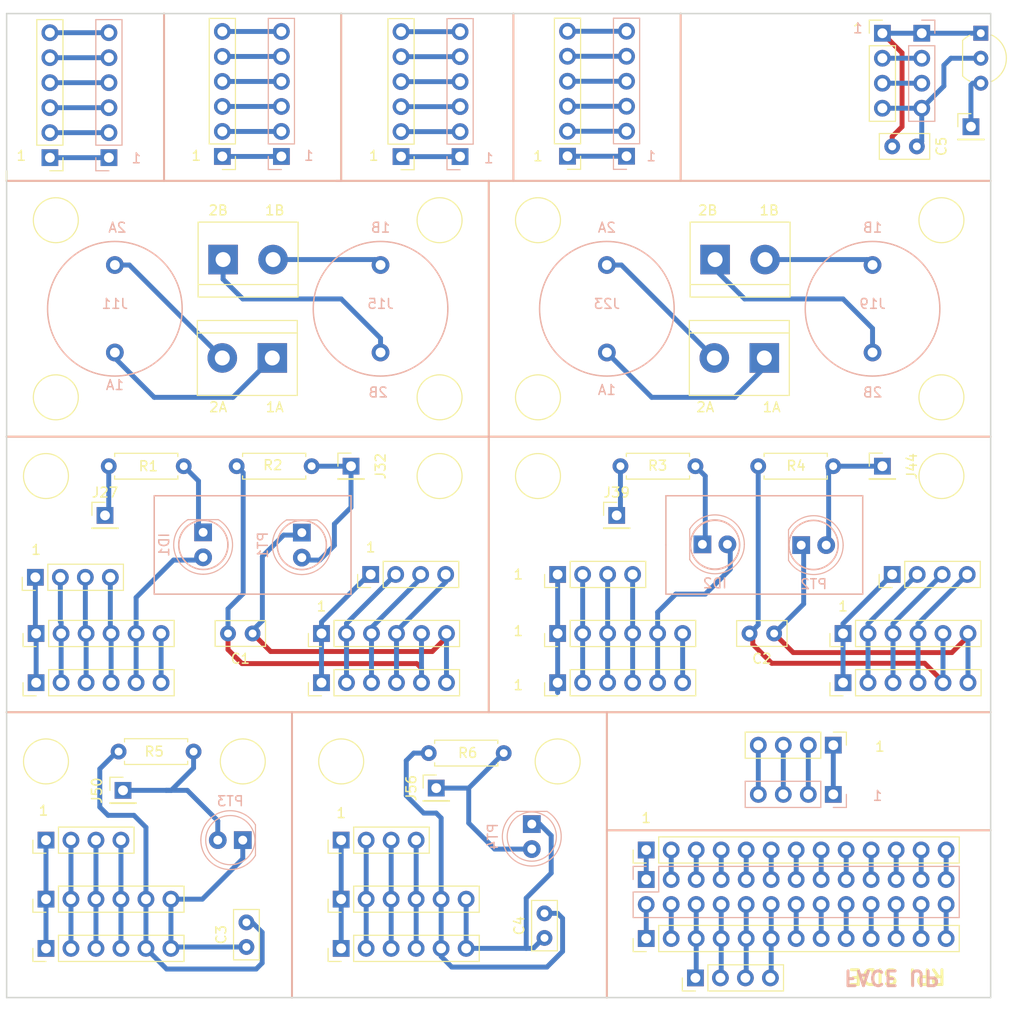
<source format=kicad_pcb>
(kicad_pcb (version 20221018) (generator pcbnew)
  (layers (0 "F.Cu" signal) (31 "B.Cu" signal) (34 "B.Paste" user) (35 "F.Paste" user) (36 "B.SilkS" user "B.Silkscreen") (37 "F.SilkS" user "F.Silkscreen") (38 "B.Mask" user) (39 "F.Mask" user) (44 "Edge.Cuts" user))
  (net 0 "")
  (net 1 "Net-(J1-Pad1)")
  (net 2 "Net-(J1-Pad2)")
  (net 3 "Net-(J1-Pad3)")
  (net 4 "Net-(J1-Pad4)")
  (net 5 "Net-(J1-Pad5)")
  (net 6 "Net-(J1-Pad6)")
  (net 7 "Net-(J3-Pad1)")
  (net 8 "Net-(J3-Pad2)")
  (net 9 "Net-(J3-Pad3)")
  (net 10 "Net-(J3-Pad4)")
  (net 11 "Net-(J3-Pad5)")
  (net 12 "Net-(J3-Pad6)")
  (net 13 "Net-(J5-Pad1)")
  (net 14 "Net-(J5-Pad2)")
  (net 15 "Net-(J5-Pad3)")
  (net 16 "Net-(J5-Pad4)")
  (net 17 "Net-(J5-Pad5)")
  (net 18 "Net-(J5-Pad6)")
  (net 19 "Net-(J7-Pad2)")
  (net 20 "Net-(J7-Pad3)")
  (net 21 "Net-(J11-Pad1)")
  (net 22 "Net-(J11-Pad2)")
  (net 23 "Net-(J13-Pad1)")
  (net 24 "Net-(J13-Pad2)")
  (net 25 "Net-(J17-Pad1)")
  (net 26 "Net-(J17-Pad2)")
  (net 27 "Net-(J21-Pad1)")
  (net 28 "Net-(J21-Pad2)")
  (net 29 "Net-(ID1-Pad1)")
  (net 30 "Net-(ID1-Pad2)")
  (net 31 "Net-(J26-Pad1)")
  (net 32 "Net-(J26-Pad2)")
  (net 33 "Net-(J26-Pad3)")
  (net 34 "Net-(J26-Pad4)")
  (net 35 "Net-(J26-Pad6)")
  (net 36 "Net-(J27-Pad1)")
  (net 37 "Net-(J30-Pad1)")
  (net 38 "Net-(J30-Pad2)")
  (net 39 "Net-(J30-Pad3)")
  (net 40 "Net-(J30-Pad4)")
  (net 41 "Net-(J32-Pad1)")
  (net 42 "Net-(C1-Pad1)")
  (net 43 "Net-(C1-Pad2)")
  (net 44 "Net-(C2-Pad1)")
  (net 45 "Net-(C2-Pad2)")
  (net 46 "Net-(ID2-Pad1)")
  (net 47 "Net-(ID2-Pad2)")
  (net 48 "Net-(J38-Pad1)")
  (net 49 "Net-(J38-Pad2)")
  (net 50 "Net-(J38-Pad3)")
  (net 51 "Net-(J38-Pad4)")
  (net 52 "Net-(J38-Pad6)")
  (net 53 "Net-(J39-Pad1)")
  (net 54 "Net-(J42-Pad1)")
  (net 55 "Net-(J42-Pad2)")
  (net 56 "Net-(J42-Pad3)")
  (net 57 "Net-(J42-Pad4)")
  (net 58 "Net-(J44-Pad1)")
  (net 59 "Net-(C3-Pad1)")
  (net 60 "Net-(C3-Pad2)")
  (net 61 "Net-(J48-Pad1)")
  (net 62 "Net-(J48-Pad2)")
  (net 63 "Net-(J48-Pad3)")
  (net 64 "Net-(J48-Pad4)")
  (net 65 "Net-(J50-Pad1)")
  (net 66 "Net-(C4-Pad1)")
  (net 67 "Net-(C4-Pad2)")
  (net 68 "Net-(J54-Pad1)")
  (net 69 "Net-(J54-Pad2)")
  (net 70 "Net-(J54-Pad3)")
  (net 71 "Net-(J54-Pad4)")
  (net 72 "Net-(J56-Pad1)")
  (net 73 "Net-(J59-Pad1)")
  (net 74 "Net-(J59-Pad2)")
  (net 75 "Net-(J59-Pad3)")
  (net 76 "Net-(J59-Pad4)")
  (net 77 "Net-(J60-Pad1)")
  (net 78 "Net-(J60-Pad2)")
  (net 79 "Net-(J60-Pad3)")
  (net 80 "Net-(J60-Pad4)")
  (net 81 "Net-(J60-Pad5)")
  (net 82 "Net-(J60-Pad7)")
  (net 83 "Net-(J60-Pad9)")
  (net 84 "Net-(J60-Pad11)")
  (net 85 "Net-(J60-Pad13)")
  (net 86 "Net-(J60-Pad14)")
  (net 87 "Net-(J60-Pad15)")
  (net 88 "Net-(J60-Pad16)")
  (net 89 "Net-(J60-Pad17)")
  (net 90 "Net-(J60-Pad18)")
  (net 91 "Net-(J60-Pad19)")
  (net 92 "Net-(J60-Pad20)")
  (net 93 "Net-(J60-Pad21)")
  (net 94 "Net-(J60-Pad22)")
  (net 95 "Net-(J60-Pad23)")
  (net 96 "Net-(J60-Pad24)")
  (net 97 "Net-(J60-Pad25)")
  (net 98 "Net-(J60-Pad26)")
  (net 99 "Net-(J61-Pad1)")
  (net 100 "Net-(J61-Pad2)")
  (net 101 "Net-(J61-Pad3)")
  (net 102 "Net-(J61-Pad4)")
  (net 103 "Net-(C5-Pad1)")
  (net 104 "Net-(C5-Pad2)")
  (net 105 "Net-(J65-Pad1)")
  (net 106 "Net-(J67-Pad1)")
  (net 107 "Net-(J67-Pad2)")
  (net 108 "Net-(J67-Pad3)")
  (net 109 "Net-(J67-Pad4)")
  (net 110 "Net-(J67-Pad5)")
  (net 111 "Net-(J67-Pad6)")
  (footprint "Pin_Headers:Pin_Header_Straight_1x06_Pitch2.54mm" (layer "F.Cu") (at 34.397 44.645 180)
    (fp_text reference "J2" hide)
    (fp_text value "Conn_01x06")
  )
  (footprint "Pin_Headers:Pin_Header_Straight_1x06_Pitch2.54mm" (layer "F.Cu") (at 51.923 44.521 180)
    (fp_text reference "J3" hide)
    (fp_text value "Conn_01x06")
  )
  (footprint "Pin_Headers:Pin_Header_Straight_1x06_Pitch2.54mm" (layer "F.Cu") (at 70.084 44.54 180)
    (fp_text reference "J5" hide)
    (fp_text value "Conn_01x06")
  )
  (footprint "Connectors_Terminal_Blocks:TerminalBlock_bornier-2_P5.08mm" (layer "F.Cu") (at 57 65 180)
    (fp_text reference "J9" hide)
    (fp_text value "Conn_01x02")
  )
  (footprint "Connectors:1pin" (layer "F.Cu") (at 35 51)
    (fp_text reference "J10" hide)
    (fp_text value "Conn_01x01")
  )
  (footprint "Connectors:1pin" (layer "F.Cu") (at 74 51)
    (fp_text reference "J12" hide)
    (fp_text value "Conn_01x01")
  )
  (footprint "Connectors_Terminal_Blocks:TerminalBlock_bornier-2_P5.08mm" (layer "F.Cu") (at 52 55)
    (fp_text reference "J13" hide)
    (fp_text value "Conn_01x02")
  )
  (footprint "Connectors:1pin" (layer "F.Cu") (at 35 69)
    (fp_text reference "J14" hide)
    (fp_text value "Conn_01x01")
  )
  (footprint "Connectors:1pin" (layer "F.Cu") (at 74 69)
    (fp_text reference "J16" hide)
    (fp_text value "Conn_01x01")
  )
  (footprint "Connectors_Terminal_Blocks:TerminalBlock_bornier-2_P5.08mm" (layer "F.Cu") (at 102 55)
    (fp_text reference "J17" hide)
    (fp_text value "Conn_01x02")
  )
  (footprint "Connectors:1pin" (layer "F.Cu") (at 84 51)
    (fp_text reference "J18" hide)
    (fp_text value "Conn_01x01")
  )
  (footprint "Connectors:1pin" (layer "F.Cu") (at 84 69)
    (fp_text reference "J20" hide)
    (fp_text value "Conn_01x01")
  )
  (footprint "Connectors_Terminal_Blocks:TerminalBlock_bornier-2_P5.08mm" (layer "F.Cu") (at 107 65 180)
    (fp_text reference "J21" hide)
    (fp_text value "Conn_01x02")
  )
  (footprint "Connectors:1pin" (layer "F.Cu") (at 125 51)
    (fp_text reference "J22" hide)
    (fp_text value "Conn_01x01")
  )
  (footprint "Connectors:1pin" (layer "F.Cu") (at 125 69)
    (fp_text reference "J24" hide)
    (fp_text value "Conn_01x01")
  )
  (footprint "Connectors:1pin" (layer "F.Cu") (at 34 77)
    (fp_text reference "J25" hide)
    (fp_text value "Conn_01x01")
  )
  (footprint "Pin_Headers:Pin_Header_Straight_1x06_Pitch2.54mm" (layer "F.Cu") (at 33 98 90)
    (fp_text reference "J26" hide)
    (fp_text value "Conn_01x06")
  )
  (footprint "Pin_Headers:Pin_Header_Straight_1x01_Pitch2.54mm" (layer "F.Cu") (at 40 81)
    (fp_text reference "J27")
    (fp_text value "Conn_01x01")
  )
  (footprint "Pin_Headers:Pin_Header_Straight_1x04_Pitch2.54mm" (layer "F.Cu") (at 32.92 87.29 90)
    (fp_text reference "J28" hide)
    (fp_text value "Conn_01x04")
  )
  (footprint "Pin_Headers:Pin_Header_Straight_1x06_Pitch2.54mm" (layer "F.Cu") (at 33 93 90)
    (fp_text reference "J29" hide)
    (fp_text value "Conn_01x06")
  )
  (footprint "Pin_Headers:Pin_Header_Straight_1x06_Pitch2.54mm" (layer "F.Cu") (at 62 98 90)
    (fp_text reference "J30" hide)
    (fp_text value "Conn_01x06")
  )
  (footprint "Pin_Headers:Pin_Header_Straight_1x04_Pitch2.54mm" (layer "F.Cu") (at 67 87 90)
    (fp_text reference "J31" hide)
    (fp_text value "Conn_01x04")
  )
  (footprint "Pin_Headers:Pin_Header_Straight_1x01_Pitch2.54mm" (layer "F.Cu") (at 65 76)
    (fp_text reference "J32")
    (fp_text value "Conn_01x01")
  )
  (footprint "Pin_Headers:Pin_Header_Straight_1x06_Pitch2.54mm" (layer "F.Cu") (at 62 93 90)
    (fp_text reference "J33" hide)
    (fp_text value "Conn_01x06")
  )
  (footprint "Connectors:1pin" (layer "F.Cu") (at 74 77)
    (fp_text reference "J34" hide)
    (fp_text value "Conn_01x01")
  )
  (footprint "Capacitors_THT:C_Disc_D5.0mm_W2.5mm_P2.50mm" (layer "F.Cu") (at 55 93 180)
    (fp_text reference "C1")
    (fp_text value "100 nF")
  )
  (footprint "Capacitors_THT:C_Disc_D5.0mm_W2.5mm_P2.50mm" (layer "F.Cu") (at 108 93 180)
    (fp_text reference "C2")
    (fp_text value "100 nF")
  )
  (footprint "Resistors_THT:R_Axial_DIN0207_L6.3mm_D2.5mm_P7.62mm_Horizontal" (layer "F.Cu") (at 48 76 180)
    (fp_text reference "R1")
    (fp_text value "220R")
  )
  (footprint "Resistors_THT:R_Axial_DIN0207_L6.3mm_D2.5mm_P7.62mm_Horizontal" (layer "F.Cu") (at 61 76 180)
    (fp_text reference "R2")
    (fp_text value "1k")
  )
  (footprint "Connectors:1pin" (layer "F.Cu") (at 84 77)
    (fp_text reference "J37" hide)
    (fp_text value "Conn_01x01")
  )
  (footprint "Pin_Headers:Pin_Header_Straight_1x06_Pitch2.54mm" (layer "F.Cu") (at 86 93 90)
    (fp_text reference "J38" hide)
    (fp_text value "Conn_01x06")
  )
  (footprint "Pin_Headers:Pin_Header_Straight_1x01_Pitch2.54mm" (layer "F.Cu") (at 92 81)
    (fp_text reference "J39")
    (fp_text value "Conn_01x01")
  )
  (footprint "Pin_Headers:Pin_Header_Straight_1x04_Pitch2.54mm" (layer "F.Cu") (at 86 87 90)
    (fp_text reference "J40" hide)
    (fp_text value "Conn_01x04")
  )
  (footprint "Pin_Headers:Pin_Header_Straight_1x06_Pitch2.54mm" (layer "F.Cu") (at 86 98 90)
    (fp_text reference "J41" hide)
    (fp_text value "Conn_01x06")
  )
  (footprint "Pin_Headers:Pin_Header_Straight_1x06_Pitch2.54mm" (layer "F.Cu") (at 115 93 90)
    (fp_text reference "J42" hide)
    (fp_text value "Conn_01x06")
  )
  (footprint "Pin_Headers:Pin_Header_Straight_1x04_Pitch2.54mm" (layer "F.Cu") (at 120 87 90)
    (fp_text reference "J43" hide)
    (fp_text value "Conn_01x04")
  )
  (footprint "Pin_Headers:Pin_Header_Straight_1x01_Pitch2.54mm" (layer "F.Cu") (at 119 76)
    (fp_text reference "J44")
    (fp_text value "Conn_01x01")
  )
  (footprint "Pin_Headers:Pin_Header_Straight_1x06_Pitch2.54mm" (layer "F.Cu") (at 115 98 90)
    (fp_text reference "J45" hide)
    (fp_text value "Conn_01x06")
  )
  (footprint "Connectors:1pin" (layer "F.Cu") (at 125 77)
    (fp_text reference "J46" hide)
    (fp_text value "Conn_01x01")
  )
  (footprint "Resistors_THT:R_Axial_DIN0207_L6.3mm_D2.5mm_P7.62mm_Horizontal" (layer "F.Cu") (at 100 76 180)
    (fp_text reference "R3")
    (fp_text value "220R")
  )
  (footprint "Resistors_THT:R_Axial_DIN0207_L6.3mm_D2.5mm_P7.62mm_Horizontal" (layer "F.Cu") (at 114 76 180)
    (fp_text reference "R4")
    (fp_text value "1k")
  )
  (footprint "Capacitors_THT:C_Disc_D5.0mm_W2.5mm_P2.50mm" (layer "F.Cu") (at 54.37 124.86 90)
    (fp_text reference "C3")
    (fp_text value "100 nF")
  )
  (footprint "Pin_Headers:Pin_Header_Straight_1x06_Pitch2.54mm" (layer "F.Cu") (at 34 125 90)
    (fp_text reference "J48" hide)
    (fp_text value "Conn_01x06")
  )
  (footprint "Pin_Headers:Pin_Header_Straight_1x04_Pitch2.54mm" (layer "F.Cu") (at 34 114 90)
    (fp_text reference "J49" hide)
    (fp_text value "Conn_01x04")
  )
  (footprint "Pin_Headers:Pin_Header_Straight_1x01_Pitch2.54mm" (layer "F.Cu") (at 41.83 108.94)
    (fp_text reference "J50")
    (fp_text value "Conn_01x01")
  )
  (footprint "Pin_Headers:Pin_Header_Straight_1x06_Pitch2.54mm" (layer "F.Cu") (at 34 120 90)
    (fp_text reference "J51" hide)
    (fp_text value "Conn_01x06")
  )
  (footprint "Connectors:1pin" (layer "F.Cu") (at 54 106)
    (fp_text reference "J52" hide)
    (fp_text value "Conn_01x01")
  )
  (footprint "Resistors_THT:R_Axial_DIN0207_L6.3mm_D2.5mm_P7.62mm_Horizontal" (layer "F.Cu") (at 49 105 180)
    (fp_text reference "R5")
    (fp_text value "1k")
  )
  (footprint "Connectors:1pin" (layer "F.Cu") (at 34 106)
    (fp_text reference "J47" hide)
    (fp_text value "Conn_01x01")
  )
  (footprint "Capacitors_THT:C_Disc_D5.0mm_W2.5mm_P2.50mm" (layer "F.Cu") (at 84.66 123.94 90)
    (fp_text reference "C4")
    (fp_text value "100 nF")
  )
  (footprint "Connectors:1pin" (layer "F.Cu") (at 64 106)
    (fp_text reference "J53" hide)
    (fp_text value "Conn_01x01")
  )
  (footprint "Pin_Headers:Pin_Header_Straight_1x06_Pitch2.54mm" (layer "F.Cu") (at 64 125 90)
    (fp_text reference "J54" hide)
    (fp_text value "Conn_01x06")
  )
  (footprint "Pin_Headers:Pin_Header_Straight_1x04_Pitch2.54mm" (layer "F.Cu") (at 64 114 90)
    (fp_text reference "J55" hide)
    (fp_text value "Conn_01x04")
  )
  (footprint "Pin_Headers:Pin_Header_Straight_1x01_Pitch2.54mm" (layer "F.Cu") (at 73.66 108.712)
    (fp_text reference "J56")
    (fp_text value "Conn_01x01")
  )
  (footprint "Pin_Headers:Pin_Header_Straight_1x06_Pitch2.54mm" (layer "F.Cu") (at 64 120 90)
    (fp_text reference "J57" hide)
    (fp_text value "Conn_01x06")
  )
  (footprint "Connectors:1pin" (layer "F.Cu") (at 86 106)
    (fp_text reference "J58" hide)
    (fp_text value "Conn_01x01")
  )
  (footprint "Resistors_THT:R_Axial_DIN0207_L6.3mm_D2.5mm_P7.62mm_Horizontal" (layer "F.Cu") (at 80.518 105.156 180)
    (fp_text reference "R6")
    (fp_text value "1k")
  )
  (footprint "Pin_Headers:Pin_Header_Straight_1x04_Pitch2.54mm" (layer "F.Cu") (at 100 128 90)
    (fp_text reference "J59" hide)
    (fp_text value "Conn_01x04")
  )
  (footprint "Pin_Headers:Pin_Header_Straight_1x04_Pitch2.54mm" (layer "F.Cu") (at 114.01 104.35 -90)
    (fp_text reference "J62" hide)
    (fp_text value "Conn_01x04")
  )
  (footprint "Pin_Headers:Pin_Header_Straight_1x13_Pitch2.54mm" (layer "F.Cu") (at 95 124 90)
    (fp_text reference "J63" hide)
    (fp_text value "Conn_01x13")
  )
  (footprint "Pin_Headers:Pin_Header_Straight_1x13_Pitch2.54mm" (layer "F.Cu") (at 95 115 90)
    (fp_text reference "J64" hide)
    (fp_text value "Conn_01x13")
  )
  (footprint "Capacitors_THT:C_Disc_D5.0mm_W2.5mm_P2.50mm" (layer "F.Cu") (at 120 43.5)
    (fp_text reference "C5")
    (fp_text value "100 nF")
  )
  (footprint "Pin_Headers:Pin_Header_Straight_1x04_Pitch2.54mm" (layer "F.Cu") (at 119 32)
    (fp_text reference "J7" hide)
    (fp_text value "Conn_01x04")
  )
  (footprint "Pin_Headers:Pin_Header_Straight_1x01_Pitch2.54mm" (layer "F.Cu") (at 128 41.5)
    (fp_text reference "J65" hide)
    (fp_text value "Conn_01x01")
  )
  (footprint "TO_SOT_Packages_THT:TO-92_Inline_Wide" (layer "F.Cu") (at 129 32 -90)
    (fp_text reference "J66" hide)
    (fp_text value "Conn_01x03")
  )
  (footprint "Pin_Headers:Pin_Header_Straight_1x06_Pitch2.54mm" (layer "F.Cu") (at 87 44.5 180)
    (fp_text reference "J67" hide)
    (fp_text value "Conn_01x06")
  )
  (footprint "Pin_Headers:Pin_Header_Straight_1x06_Pitch2.54mm" (layer "B.Cu") (at 40.397 44.645)
    (fp_text reference "J1" hide)
    (fp_text value "Conn_01x06")
  )
  (footprint "Pin_Headers:Pin_Header_Straight_1x06_Pitch2.54mm" (layer "B.Cu") (at 57.923 44.521)
    (fp_text reference "J4" hide)
    (fp_text value "Conn_01x06")
  )
  (footprint "Pin_Headers:Pin_Header_Straight_1x06_Pitch2.54mm" (layer "B.Cu") (at 76.084 44.54)
    (fp_text reference "J6" hide)
    (fp_text value "Conn_01x06")
  )
  (footprint "AdapterBoard:UltrasoundTransceiver" (layer "B.Cu") (at 41 60)
    (fp_text reference "J11")
    (fp_text value "Conn_01x02")
  )
  (footprint "AdapterBoard:UltrasoundTransceiver" (layer "B.Cu") (at 68 60)
    (fp_text reference "J15")
    (fp_text value "Conn_01x02")
  )
  (footprint "AdapterBoard:UltrasoundTransceiver" (layer "B.Cu") (at 118 60)
    (fp_text reference "J19")
    (fp_text value "Conn_01x02")
  )
  (footprint "AdapterBoard:UltrasoundTransceiver" (layer "B.Cu") (at 91 60)
    (fp_text reference "J23")
    (fp_text value "Conn_01x02")
  )
  (footprint "LEDs:LED_D5.0mm" (layer "B.Cu") (at 49.97 82.72 -90)
    (fp_text reference "ID1")
    (fp_text value "LED")
  )
  (footprint "LEDs:LED_D5.0mm" (layer "B.Cu") (at 60 82.75 -90)
    (fp_text reference "PT1")
    (fp_text value "Q_Photo_NPN_EC")
  )
  (footprint "AdapterBoard:IRPair" (layer "B.Cu") (at 55 84)
    (fp_text reference "J35" hide)
    (fp_text value "Conn_01x01")
  )
  (footprint "LEDs:LED_D5.0mm" (layer "B.Cu") (at 100.71 83.94)
    (fp_text reference "ID2")
    (fp_text value "LED")
  )
  (footprint "AdapterBoard:IRPair" (layer "B.Cu") (at 107 84)
    (fp_text reference "J36" hide)
    (fp_text value "Conn_01x01")
  )
  (footprint "LEDs:LED_D5.0mm" (layer "B.Cu") (at 110.75 84.02)
    (fp_text reference "PT2")
    (fp_text value "Q_Photo_NPN_EC")
  )
  (footprint "LEDs:LED_D5.0mm" (layer "B.Cu") (at 54 114 180)
    (fp_text reference "PT3")
    (fp_text value "Q_Photo_NPN_EC")
  )
  (footprint "LEDs:LED_D5.0mm" (layer "B.Cu") (at 83.37 112.37 -90)
    (fp_text reference "PT4")
    (fp_text value "Q_Photo_NPN_EC")
  )
  (footprint "Pin_Headers:Pin_Header_Straight_1x04_Pitch2.54mm" (layer "B.Cu") (at 114.01 109.35 90)
    (fp_text reference "J61" hide)
    (fp_text value "Conn_01x04")
  )
  (footprint "Pin_Headers:Pin_Header_Straight_2x13_Pitch2.54mm" (layer "B.Cu") (at 95 118 -90)
    (fp_text reference "J60" hide)
    (fp_text value "Conn_02x13_Odd_Even")
  )
  (footprint "Pin_Headers:Pin_Header_Straight_1x04_Pitch2.54mm" (layer "B.Cu") (at 123 32 180)
    (fp_text reference "J8" hide)
    (fp_text value "Conn_01x04")
  )
  (footprint "Pin_Headers:Pin_Header_Straight_1x06_Pitch2.54mm" (layer "B.Cu") (at 93 44.5)
    (fp_text reference "J68" hide)
    (fp_text value "Conn_01x06")
  )
  (gr_line (start 64 47) (end 63.5 47) (stroke (width 0.2)) (layer "B.SilkS"))
  (gr_line (start 46 30) (end 46 47) (stroke (width 0.2)) (layer "B.SilkS"))
  (gr_line (start 130 73) (end 30 73) (stroke (width 0.2)) (layer "B.SilkS"))
  (gr_line (start 130 113) (end 91 113) (stroke (width 0.2)) (layer "B.SilkS"))
  (gr_line (start 81.5 30) (end 81.5 47) (stroke (width 0.2)) (layer "B.SilkS"))
  (gr_line (start 79 73) (end 79 47) (stroke (width 0.2)) (layer "B.SilkS"))
  (gr_line (start 98.5 30) (end 98.5 47) (stroke (width 0.2)) (layer "B.SilkS"))
  (gr_line (start 130 47) (end 30 47) (stroke (width 0.2)) (layer "B.SilkS"))
  (gr_line (start 59 101) (end 59 130) (stroke (width 0.2)) (layer "B.SilkS"))
  (gr_line (start 79 101) (end 79 73) (stroke (width 0.2)) (layer "B.SilkS"))
  (gr_line (start 91 101) (end 91 130) (stroke (width 0.2)) (layer "B.SilkS"))
  (gr_line (start 130 101) (end 30 101) (stroke (width 0.2)) (layer "B.SilkS"))
  (gr_line (start 64 30) (end 64 47) (stroke (width 0.2)) (layer "B.SilkS"))
  (gr_line (start 98.5 30) (end 98.5 47) (stroke (width 0.2)) (layer "F.SilkS"))
  (gr_line (start 79 47) (end 79 73) (stroke (width 0.2)) (layer "F.SilkS"))
  (gr_line (start 79 101) (end 79 73) (stroke (width 0.2)) (layer "F.SilkS"))
  (gr_line (start 46 30) (end 46 47) (stroke (width 0.2)) (layer "F.SilkS"))
  (gr_line (start 130 47) (end 30 47) (stroke (width 0.2)) (layer "F.SilkS"))
  (gr_line (start 30 73) (end 130 73) (stroke (width 0.2)) (layer "F.SilkS"))
  (gr_line (start 64 30) (end 64 47) (stroke (width 0.2)) (layer "F.SilkS"))
  (gr_line (start 30 101) (end 130 101) (stroke (width 0.2)) (layer "F.SilkS"))
  (gr_line (start 130 113) (end 91 113) (stroke (width 0.2)) (layer "F.SilkS"))
  (gr_line (start 30 47) (end 30 46) (stroke (width 0.2)) (layer "F.SilkS"))
  (gr_line (start 81.5 30) (end 81.5 47) (stroke (width 0.2)) (layer "F.SilkS"))
  (gr_line (start 59 101) (end 59 130) (stroke (width 0.2)) (layer "F.SilkS"))
  (gr_line (start 91 101) (end 91 130) (stroke (width 0.2)) (layer "F.SilkS"))
  (gr_line (start 130 30) (end 130 130) (stroke (width 0.15)) (layer "Edge.Cuts"))
  (gr_line (start 30 30) (end 130 30) (stroke (width 0.15)) (layer "Edge.Cuts"))
  (gr_line (start 130 130) (end 30 130) (stroke (width 0.15)) (layer "Edge.Cuts"))
  (gr_line (start 30 130) (end 30 30) (stroke (width 0.15)) (layer "Edge.Cuts"))
  (gr_text "1A" (at 91 68.25) (layer "B.SilkS") (effects (font (size 1 1)) (justify mirror)))
  (gr_text "1" (at 95.5 44.5) (layer "B.SilkS") (effects (font (size 1 1)) (justify mirror)))
  (gr_text "1B" (at 118 51.75) (layer "B.SilkS") (effects (font (size 1 1)) (justify mirror)))
  (gr_text "1" (at 60.706 44.45) (layer "B.SilkS") (effects (font (size 1 1)) (justify mirror)))
  (gr_text "2A" (at 41.25 51.75) (layer "B.SilkS") (effects (font (size 1 1)) (justify mirror)))
  (gr_text "1" (at 116.5 31.5) (layer "B.SilkS") (effects (font (size 1 1)) (justify mirror)))
  (gr_text "2A" (at 91 51.75) (layer "B.SilkS") (effects (font (size 1 1)) (justify mirror)))
  (gr_text "1" (at 118.5 109.5) (layer "B.SilkS") (effects (font (size 1 1)) (justify mirror)))
  (gr_text "1B" (at 68 51.75) (layer "B.SilkS") (effects (font (size 1 1)) (justify mirror)))
  (gr_text "FACE UP" (at 119.97 127.97 180) (layer "B.SilkS") (effects (font (size 1.5 1.5) (thickness 0.3)) (justify mirror)))
  (gr_text "2B" (at 118 68.5) (layer "B.SilkS") (effects (font (size 1 1)) (justify mirror)))
  (gr_text "1" (at 78.994 44.704) (layer "B.SilkS") (effects (font (size 1 1)) (justify mirror)))
  (gr_text "2B" (at 67.75 68.5) (layer "B.SilkS") (effects (font (size 1 1)) (justify mirror)))
  (gr_text "1" (at 43.18 44.704) (layer "B.SilkS") (effects (font (size 1 1)) (justify mirror)))
  (gr_text "1A" (at 41 67.75) (layer "B.SilkS") (effects (font (size 1 1)) (justify mirror)))
  (gr_text "1" (at 116.5 31.5) (layer "F.SilkS") (effects (font (size 1 1))))
  (gr_text "1" (at 64 111.25) (layer "F.SilkS") (effects (font (size 1 1))))
  (gr_text "1A" (at 57.25 70) (layer "F.SilkS") (effects (font (size 1 1))))
  (gr_text "1A" (at 107.75 70) (layer "F.SilkS") (effects (font (size 1 1))))
  (gr_text "1" (at 33.75 111) (layer "F.SilkS") (effects (font (size 1 1))))
  (gr_text "1" (at 31.496 44.45) (layer "F.SilkS") (effects (font (size 1 1))))
  (gr_text "2A" (at 101 70) (layer "F.SilkS") (effects (font (size 1 1))))
  (gr_text "1" (at 62 90.25) (layer "F.SilkS") (effects (font (size 1 1))))
  (gr_text "1" (at 49.276 44.45) (layer "F.SilkS") (effects (font (size 1 1))))
  (gr_text "RPI SIDE" (at 120.48 127.85 180) (layer "F.SilkS") (effects (font (size 1.5 1.5) (thickness 0.3))))
  (gr_text "2A" (at 51.5 70) (layer "F.SilkS") (effects (font (size 1 1))))
  (gr_text "1" (at 82 92.75) (layer "F.SilkS") (effects (font (size 1 1))))
  (gr_text "2B" (at 51.5 50) (layer "F.SilkS") (effects (font (size 1 1))))
  (gr_text "1" (at 82 87) (layer "F.SilkS") (effects (font (size 1 1))))
  (gr_text "1" (at 82 98.25) (layer "F.SilkS") (effects (font (size 1 1))))
  (gr_text "1" (at 67 84.25) (layer "F.SilkS") (effects (font (size 1 1))))
  (gr_text "1" (at 118.75 104.5) (layer "F.SilkS") (effects (font (size 1 1))))
  (gr_text "1" (at 67.31 44.45) (layer "F.SilkS") (effects (font (size 1 1))))
  (gr_text "1B" (at 107.5 50) (layer "F.SilkS") (effects (font (size 1 1))))
  (gr_text "1" (at 115 90.25) (layer "F.SilkS") (effects (font (size 1 1))))
  (gr_text "2B" (at 101.25 50) (layer "F.SilkS") (effects (font (size 1 1))))
  (gr_text "1B" (at 57.25 50) (layer "F.SilkS") (effects (font (size 1 1))))
  (gr_text "1" (at 33 84.5) (layer "F.SilkS") (effects (font (size 1 1))))
  (gr_text "1" (at 84 44.5) (layer "F.SilkS") (effects (font (size 1 1))))
  (gr_text "1" (at 95 111.75) (layer "F.SilkS") (effects (font (size 1 1))))
  (segment (start 34.397 44.645) (end 40.397 44.645) (width 0.5) (layer "B.Cu") (net 1))
  (segment (start 34.397 42.105) (end 40.397 42.105) (width 0.5) (layer "B.Cu") (net 2))
  (segment (start 34.397 39.565) (end 40.397 39.565) (width 0.5) (layer "B.Cu") (net 3))
  (segment (start 34.397 37.025) (end 40.397 37.025) (width 0.5) (layer "B.Cu") (net 4))
  (segment (start 34.397 34.485) (end 40.397 34.485) (width 0.5) (layer "B.Cu") (net 5))
  (segment (start 34.397 31.945) (end 40.397 31.945) (width 0.5) (layer "B.Cu") (net 6))
  (segment (start 51.923 44.521) (end 57.923 44.521) (width 0.5) (layer "B.Cu") (net 7))
  (segment (start 51.923 41.981) (end 57.923 41.981) (width 0.5) (layer "B.Cu") (net 8))
  (segment (start 51.923 39.441) (end 57.923 39.441) (width 0.5) (layer "B.Cu") (net 9))
  (segment (start 51.923 36.901) (end 57.923 36.901) (width 0.5) (layer "B.Cu") (net 10))
  (segment (start 51.923 34.361) (end 57.923 34.361) (width 0.5) (layer "B.Cu") (net 11))
  (segment (start 51.923 31.821) (end 57.923 31.821) (width 0.5) (layer "B.Cu") (net 12))
  (segment (start 70.084 44.54) (end 76.084 44.54) (width 0.5) (layer "B.Cu") (net 13))
  (segment (start 70.084 42) (end 76.084 42) (width 0.5) (layer "B.Cu") (net 14))
  (segment (start 70.084 39.46) (end 76.084 39.46) (width 0.5) (layer "B.Cu") (net 15))
  (segment (start 70.084 36.92) (end 76.084 36.92) (width 0.5) (layer "B.Cu") (net 16))
  (segment (start 70.084 34.38) (end 76.084 34.38) (width 0.5) (layer "B.Cu") (net 17))
  (segment (start 70.084 31.84) (end 76.084 31.84) (width 0.5) (layer "B.Cu") (net 18))
  (segment (start 123 34.54) (end 119 34.54) (width 0.5) (layer "B.Cu") (net 19))
  (segment (start 123 37.08) (end 119 37.08) (width 0.5) (layer "B.Cu") (net 20))
  (segment (start 41 65) (end 45 69) (width 0.5) (layer "B.Cu") (net 21))
  (segment (start 45 69) (end 53 69) (width 0.5) (layer "B.Cu") (net 21))
  (segment (start 53 69) (end 57 65) (width 0.5) (layer "B.Cu") (net 21))
  (segment (start 41 64.445) (end 41 65) (width 0.5) (layer "B.Cu") (net 21))
  (segment (start 42.475 55.555) (end 51.92 65) (width 0.5) (layer "B.Cu") (net 22))
  (segment (start 41 55.555) (end 42.475 55.555) (width 0.5) (layer "B.Cu") (net 22))
  (segment (start 52 57) (end 54 59) (width 0.5) (layer "B.Cu") (net 23))
  (segment (start 54 59) (end 64 59) (width 0.5) (layer "B.Cu") (net 23))
  (segment (start 64 59) (end 68 63) (width 0.5) (layer "B.Cu") (net 23))
  (segment (start 68 63) (end 68 64.445) (width 0.5) (layer "B.Cu") (net 23))
  (segment (start 52 55) (end 52 57) (width 0.5) (layer "B.Cu") (net 23))
  (segment (start 67.445 55) (end 68 55.555) (width 0.5) (layer "B.Cu") (net 24))
  (segment (start 57.08 55) (end 67.445 55) (width 0.5) (layer "B.Cu") (net 24))
  (segment (start 102 56) (end 105 59) (width 0.5) (layer "B.Cu") (net 25))
  (segment (start 105 59) (end 115 59) (width 0.5) (layer "B.Cu") (net 25))
  (segment (start 115 59) (end 118 62) (width 0.5) (layer "B.Cu") (net 25))
  (segment (start 118 62) (end 118 64.445) (width 0.5) (layer "B.Cu") (net 25))
  (segment (start 102 55) (end 102 56) (width 0.5) (layer "B.Cu") (net 25))
  (segment (start 117.445 55) (end 118 55.555) (width 0.5) (layer "B.Cu") (net 26))
  (segment (start 107.08 55) (end 117.445 55) (width 0.5) (layer "B.Cu") (net 26))
  (segment (start 107 66) (end 104 69) (width 0.5) (layer "B.Cu") (net 27))
  (segment (start 104 69) (end 95.555 69) (width 0.5) (layer "B.Cu") (net 27))
  (segment (start 95.555 69) (end 91 64.445) (width 0.5) (layer "B.Cu") (net 27))
  (segment (start 107 65) (end 107 66) (width 0.5) (layer "B.Cu") (net 27))
  (segment (start 92.475 55.555) (end 101.92 65) (width 0.5) (layer "B.Cu") (net 28))
  (segment (start 91 55.555) (end 92.475 55.555) (width 0.5) (layer "B.Cu") (net 28))
  (segment (start 49.5 77.5) (end 48 76) (width 0.5) (layer "B.Cu") (net 29))
  (segment (start 49.5 83) (end 49.5 77.5) (width 0.5) (layer "B.Cu") (net 29))
  (segment (start 46.96 85.54) (end 43.16 89.34) (width 0.5) (layer "B.Cu") (net 30))
  (segment (start 43.16 89.34) (end 43.16 93) (width 0.5) (layer "B.Cu") (net 30))
  (segment (start 43.16 93) (end 43.16 92.44) (width 0.5) (layer "B.Cu") (net 30))
  (segment (start 43.16 93) (end 43.16 98) (width 0.5) (layer "B.Cu") (net 30))
  (segment (start 49.5 85.54) (end 46.96 85.54) (width 0.5) (layer "B.Cu") (net 30))
  (segment (start 32.92 92.92) (end 33 93) (width 0.5) (layer "B.Cu") (net 31))
  (segment (start 33 93) (end 33 98) (width 0.5) (layer "B.Cu") (net 31))
  (segment (start 32.92 87.29) (end 32.92 92.92) (width 0.5) (layer "B.Cu") (net 31))
  (segment (start 35.46 91.79) (end 35.54 91.87) (width 0.5) (layer "B.Cu") (net 32))
  (segment (start 35.54 91.87) (end 35.54 93) (width 0.5) (layer "B.Cu") (net 32))
  (segment (start 35.54 93) (end 35.54 98) (width 0.5) (layer "B.Cu") (net 32))
  (segment (start 35.46 87.29) (end 35.46 91.79) (width 0.5) (layer "B.Cu") (net 32))
  (segment (start 38 92.92) (end 38.08 93) (width 0.5) (layer "B.Cu") (net 33))
  (segment (start 38 87.29) (end 38 92.92) (width 0.5) (layer "B.Cu") (net 33))
  (segment (start 38.08 93) (end 38.08 98) (width 0.5) (layer "B.Cu") (net 33))
  (segment (start 40.54 92.92) (end 40.62 93) (width 0.5) (layer "B.Cu") (net 34))
  (segment (start 40.54 87.29) (end 40.54 92.92) (width 0.5) (layer "B.Cu") (net 34))
  (segment (start 40.62 93) (end 40.62 98) (width 0.5) (layer "B.Cu") (net 34))
  (segment (start 45.7 93) (end 45.7 98) (width 0.5) (layer "B.Cu") (net 35))
  (segment (start 40 76.38) (end 40.38 76) (width 0.5) (layer "B.Cu") (net 36))
  (segment (start 40.38 80.62) (end 40 81) (width 0.5) (layer "B.Cu") (net 36))
  (segment (start 40.38 76) (end 40.38 80.62) (width 0.5) (layer "B.Cu") (net 36))
  (segment (start 66.84 87) (end 62 91.84) (width 0.5) (layer "B.Cu") (net 37))
  (segment (start 62 91.84) (end 62 93) (width 0.5) (layer "B.Cu") (net 37))
  (segment (start 67 87) (end 66.84 87) (width 0.5) (layer "B.Cu") (net 37))
  (segment (start 62 93) (end 62 98) (width 0.5) (layer "B.Cu") (net 37))
  (segment (start 69.52 87) (end 64.54 91.98) (width 0.5) (layer "B.Cu") (net 38))
  (segment (start 64.54 91.98) (end 64.54 93) (width 0.5) (layer "B.Cu") (net 38))
  (segment (start 69.54 87) (end 69.52 87) (width 0.5) (layer "B.Cu") (net 38))
  (segment (start 64.54 93) (end 64.54 98) (width 0.5) (layer "B.Cu") (net 38))
  (segment (start 72.08 87.4) (end 67.08 92.4) (width 0.5) (layer "B.Cu") (net 39))
  (segment (start 67.08 92.4) (end 67.08 93) (width 0.5) (layer "B.Cu") (net 39))
  (segment (start 67.08 93) (end 67.08 98) (width 0.5) (layer "B.Cu") (net 39))
  (segment (start 72.08 87) (end 72.08 87.4) (width 0.5) (layer "B.Cu") (net 39))
  (segment (start 74.62 87.77) (end 69.62 92.77) (width 0.5) (layer "B.Cu") (net 40))
  (segment (start 69.62 92.77) (end 69.62 93) (width 0.5) (layer "B.Cu") (net 40))
  (segment (start 74.62 87) (end 74.62 87.77) (width 0.5) (layer "B.Cu") (net 40))
  (segment (start 69.62 93) (end 69.62 98) (width 0.5) (layer "B.Cu") (net 40))
  (segment (start 65 80.18) (end 63.31 81.87) (width 0.5) (layer "B.Cu") (net 41))
  (segment (start 63.31 81.87) (end 63.31 84.05) (width 0.5) (layer "B.Cu") (net 41))
  (segment (start 63.31 84.05) (end 61.82 85.54) (width 0.5) (layer "B.Cu") (net 41))
  (segment (start 61.82 85.54) (end 60 85.54) (width 0.5) (layer "B.Cu") (net 41))
  (segment (start 65 76) (end 65 80.18) (width 0.5) (layer "B.Cu") (net 41))
  (segment (start 61 76) (end 65 76) (width 0.5) (layer "B.Cu") (net 41))
  (segment (start 74.7 93.39) (end 73.26 94.83) (width 0.5) (layer "F.Cu") (net 42))
  (segment (start 73.26 94.83) (end 56.83 94.83) (width 0.5) (layer "F.Cu") (net 42))
  (segment (start 56.83 94.83) (end 55 93) (width 0.5) (layer "F.Cu") (net 42))
  (segment (start 74.7 93) (end 74.7 93.39) (width 0.5) (layer "F.Cu") (net 42))
  (segment (start 59.19 83) (end 60 83) (width 0.5) (layer "B.Cu") (net 42))
  (segment (start 55 92.69) (end 55.99 91.7) (width 0.5) (layer "B.Cu") (net 42))
  (segment (start 55.99 91.7) (end 55.99 85.17) (width 0.5) (layer "B.Cu") (net 42))
  (segment (start 55.99 85.17) (end 58.16 83) (width 0.5) (layer "B.Cu") (net 42))
  (segment (start 58.16 83) (end 60 83) (width 0.5) (layer "B.Cu") (net 42))
  (segment (start 74.7 93) (end 74.7 98) (width 0.5) (layer "B.Cu") (net 42))
  (segment (start 55 93) (end 55 92.69) (width 0.5) (layer "B.Cu") (net 42))
  (segment (start 72.16 96.53) (end 71.69 96.06) (width 0.5) (layer "F.Cu") (net 43))
  (segment (start 71.69 96.06) (end 53.92 96.06) (width 0.5) (layer "F.Cu") (net 43))
  (segment (start 53.92 96.06) (end 52.5 94.64) (width 0.5) (layer "F.Cu") (net 43))
  (segment (start 52.5 94.64) (end 52.5 93) (width 0.5) (layer "F.Cu") (net 43))
  (segment (start 72.16 98) (end 72.16 96.53) (width 0.5) (layer "F.Cu") (net 43))
  (segment (start 52.5 90.49) (end 54.04 88.95) (width 0.5) (layer "B.Cu") (net 43))
  (segment (start 54.04 88.95) (end 54.04 76.66) (width 0.5) (layer "B.Cu") (net 43))
  (segment (start 54.04 76.66) (end 53.38 76) (width 0.5) (layer "B.Cu") (net 43))
  (segment (start 52.5 93) (end 52.5 90.49) (width 0.5) (layer "B.Cu") (net 43))
  (segment (start 72.16 93) (end 72.16 98) (width 0.5) (layer "B.Cu") (net 43))
  (segment (start 127.7 93.3) (end 126.06 94.94) (width 0.5) (layer "F.Cu") (net 44))
  (segment (start 126.06 94.94) (end 109.94 94.94) (width 0.5) (layer "F.Cu") (net 44))
  (segment (start 109.94 94.94) (end 108 93) (width 0.5) (layer "F.Cu") (net 44))
  (segment (start 127.7 93) (end 127.7 93.3) (width 0.5) (layer "F.Cu") (net 44))
  (segment (start 111 90) (end 108 93) (width 0.5) (layer "B.Cu") (net 44))
  (segment (start 111 84) (end 111 90) (width 0.5) (layer "B.Cu") (net 44))
  (segment (start 127.7 93) (end 127.7 98) (width 0.5) (layer "B.Cu") (net 44))
  (segment (start 125.16 97.89) (end 123.3 96.03) (width 0.5) (layer "F.Cu") (net 45))
  (segment (start 123.3 96.03) (end 107.76 96.03) (width 0.5) (layer "F.Cu") (net 45))
  (segment (start 107.76 96.03) (end 105.83 94.1) (width 0.5) (layer "F.Cu") (net 45))
  (segment (start 105.83 94.1) (end 105.83 93.33) (width 0.5) (layer "F.Cu") (net 45))
  (segment (start 105.83 93.33) (end 105.5 93) (width 0.5) (layer "F.Cu") (net 45))
  (segment (start 125.16 98) (end 125.16 97.89) (width 0.5) (layer "F.Cu") (net 45))
  (segment (start 106.38 92.12) (end 105.5 93) (width 0.5) (layer "B.Cu") (net 45))
  (segment (start 125.16 93) (end 125.16 98) (width 0.5) (layer "B.Cu") (net 45))
  (segment (start 106.38 76) (end 106.38 92.12) (width 0.5) (layer "B.Cu") (net 45))
  (segment (start 101 77) (end 100 76) (width 0.5) (layer "B.Cu") (net 46))
  (segment (start 101 84) (end 101 77) (width 0.5) (layer "B.Cu") (net 46))
  (segment (start 96.16 90.84) (end 98 89) (width 0.5) (layer "B.Cu") (net 47))
  (segment (start 98 89) (end 101 89) (width 0.5) (layer "B.Cu") (net 47))
  (segment (start 101 89) (end 103.54 86.46) (width 0.5) (layer "B.Cu") (net 47))
  (segment (start 103.54 86.46) (end 103.54 84) (width 0.5) (layer "B.Cu") (net 47))
  (segment (start 96.16 98) (end 96.16 93) (width 0.5) (layer "B.Cu") (net 47))
  (segment (start 96.16 93) (end 96.16 90.84) (width 0.5) (layer "B.Cu") (net 47))
  (segment (start 86 99) (end 86 98) (width 0.5) (layer "B.Cu") (net 48))
  (segment (start 86 93) (end 86 99) (width 0.5) (layer "B.Cu") (net 48))
  (segment (start 86 87) (end 86 93) (width 0.5) (layer "B.Cu") (net 48))
  (segment (start 88.54 93) (end 88.54 98) (width 0.5) (layer "B.Cu") (net 49))
  (segment (start 88.54 87) (end 88.54 93) (width 0.5) (layer "B.Cu") (net 49))
  (segment (start 91.08 87) (end 91.08 93) (width 0.5) (layer "B.Cu") (net 50))
  (segment (start 91.08 93) (end 91.08 98) (width 0.5) (layer "B.Cu") (net 50))
  (segment (start 93.62 93) (end 93.62 98) (width 0.5) (layer "B.Cu") (net 51))
  (segment (start 93.62 87) (end 93.62 93) (width 0.5) (layer "B.Cu") (net 51))
  (segment (start 98.7 93) (end 98.7 98) (width 0.5) (layer "B.Cu") (net 52))
  (segment (start 92.38 80.62) (end 92 81) (width 0.5) (layer "B.Cu") (net 53))
  (segment (start 92.38 76) (end 92.38 80.62) (width 0.5) (layer "B.Cu") (net 53))
  (segment (start 115 92) (end 120 87) (width 0.5) (layer "B.Cu") (net 54))
  (segment (start 115 93) (end 115 98) (width 0.5) (layer "B.Cu") (net 54))
  (segment (start 115 93) (end 115 92) (width 0.5) (layer "B.Cu") (net 54))
  (segment (start 117.54 92) (end 122.54 87) (width 0.5) (layer "B.Cu") (net 55))
  (segment (start 117.54 93) (end 117.54 92) (width 0.5) (layer "B.Cu") (net 55))
  (segment (start 117.54 93) (end 117.54 98) (width 0.5) (layer "B.Cu") (net 55))
  (segment (start 120.08 92) (end 125.08 87) (width 0.5) (layer "B.Cu") (net 56))
  (segment (start 120.08 93) (end 120.08 98) (width 0.5) (layer "B.Cu") (net 56))
  (segment (start 120.08 93) (end 120.08 92) (width 0.5) (layer "B.Cu") (net 56))
  (segment (start 122.62 92) (end 127.62 87) (width 0.5) (layer "B.Cu") (net 57))
  (segment (start 122.62 93) (end 122.62 92) (width 0.5) (layer "B.Cu") (net 57))
  (segment (start 122.62 93) (end 122.62 98) (width 0.5) (layer "B.Cu") (net 57))
  (segment (start 113.54 76.46) (end 114 76) (width 0.5) (layer "B.Cu") (net 58))
  (segment (start 114 76) (end 119 76) (width 0.5) (layer "B.Cu") (net 58))
  (segment (start 113.54 84) (end 113.54 76.46) (width 0.5) (layer "B.Cu") (net 58))
  (segment (start 54 115.89) (end 49.89 120) (width 0.5) (layer "B.Cu") (net 59))
  (segment (start 49.89 120) (end 46.7 120) (width 0.5) (layer "B.Cu") (net 59))
  (segment (start 46.84 124.86) (end 46.7 125) (width 0.5) (layer "B.Cu") (net 59))
  (segment (start 46.7 120) (end 46.7 125) (width 0.5) (layer "B.Cu") (net 59))
  (segment (start 54 114) (end 54 115.89) (width 0.5) (layer "B.Cu") (net 59))
  (segment (start 54.37 124.86) (end 46.84 124.86) (width 0.5) (layer "B.Cu") (net 59))
  (segment (start 44.16 112.7) (end 42.94 111.48) (width 0.5) (layer "B.Cu") (net 60))
  (segment (start 42.94 111.48) (end 40.31 111.48) (width 0.5) (layer "B.Cu") (net 60))
  (segment (start 40.31 111.48) (end 39.47 110.64) (width 0.5) (layer "B.Cu") (net 60))
  (segment (start 39.47 110.64) (end 39.47 106.76) (width 0.5) (layer "B.Cu") (net 60))
  (segment (start 39.47 106.76) (end 41.23 105) (width 0.5) (layer "B.Cu") (net 60))
  (segment (start 41.23 105) (end 41.38 105) (width 0.5) (layer "B.Cu") (net 60))
  (segment (start 54.96 122.36) (end 55.97 123.37) (width 0.5) (layer "B.Cu") (net 60))
  (segment (start 55.97 123.37) (end 55.97 126.49) (width 0.5) (layer "B.Cu") (net 60))
  (segment (start 55.97 126.49) (end 55.36 127.1) (width 0.5) (layer "B.Cu") (net 60))
  (segment (start 55.36 127.1) (end 46.26 127.1) (width 0.5) (layer "B.Cu") (net 60))
  (segment (start 46.26 127.1) (end 44.16 125) (width 0.5) (layer "B.Cu") (net 60))
  (segment (start 54.37 122.36) (end 54.96 122.36) (width 0.5) (layer "B.Cu") (net 60))
  (segment (start 44.16 120) (end 44.16 112.7) (width 0.5) (layer "B.Cu") (net 60))
  (segment (start 44.16 120) (end 44.16 125) (width 0.5) (layer "B.Cu") (net 60))
  (segment (start 34 120) (end 34 114) (width 0.5) (layer "B.Cu") (net 61))
  (segment (start 34 125) (end 34 120) (width 0.5) (layer "B.Cu") (net 61))
  (segment (start 36.54 120) (end 36.54 125) (width 0.5) (layer "B.Cu") (net 62))
  (segment (start 36.54 114) (end 36.54 120) (width 0.5) (layer "B.Cu") (net 62))
  (segment (start 39.08 114) (end 39.08 120) (width 0.5) (layer "B.Cu") (net 63))
  (segment (start 39.08 120) (end 39.08 125) (width 0.5) (layer "B.Cu") (net 63))
  (segment (start 41.62 120) (end 41.62 125) (width 0.5) (layer "B.Cu") (net 64))
  (segment (start 41.62 114) (end 41.62 120) (width 0.5) (layer "B.Cu") (net 64))
  (segment (start 46.73 108.94) (end 49 106.67) (width 0.5) (layer "B.Cu") (net 65))
  (segment (start 49 106.67) (end 49 105) (width 0.5) (layer "B.Cu") (net 65))
  (segment (start 46.22 108.94) (end 46.73 108.94) (width 0.5) (layer "B.Cu") (net 65))
  (segment (start 48.36 108.94) (end 51.46 112.04) (width 0.5) (layer "B.Cu") (net 65))
  (segment (start 51.46 112.04) (end 51.46 114) (width 0.5) (layer "B.Cu") (net 65))
  (segment (start 46.22 108.94) (end 48.36 108.94) (width 0.5) (layer "B.Cu") (net 65))
  (segment (start 41.83 108.94) (end 46.22 108.94) (width 0.5) (layer "B.Cu") (net 65))
  (segment (start 84.58 123.94) (end 83.52 125) (width 0.5) (layer "B.Cu") (net 66))
  (segment (start 83.52 125) (end 82.804 125) (width 0.5) (layer "B.Cu") (net 66))
  (segment (start 84.176 112.37) (end 85.344 113.538) (width 0.5) (layer "B.Cu") (net 66))
  (segment (start 85.344 113.538) (end 85.344 117.348) (width 0.5) (layer "B.Cu") (net 66))
  (segment (start 85.344 117.348) (end 82.804 119.888) (width 0.5) (layer "B.Cu") (net 66))
  (segment (start 82.804 119.888) (end 82.804 125) (width 0.5) (layer "B.Cu") (net 66))
  (segment (start 82.804 125) (end 76.7 125) (width 0.5) (layer "B.Cu") (net 66))
  (segment (start 84.66 123.94) (end 84.58 123.94) (width 0.5) (layer "B.Cu") (net 66))
  (segment (start 76.7 120) (end 76.7 125) (width 0.5) (layer "B.Cu") (net 66))
  (segment (start 83.37 112.37) (end 84.176 112.37) (width 0.5) (layer "B.Cu") (net 66))
  (segment (start 85.99 121.44) (end 86.5 121.95) (width 0.5) (layer "B.Cu") (net 67))
  (segment (start 86.5 121.95) (end 86.5 125.31) (width 0.5) (layer "B.Cu") (net 67))
  (segment (start 86.5 125.31) (end 84.91 126.9) (width 0.5) (layer "B.Cu") (net 67))
  (segment (start 84.91 126.9) (end 75.24 126.9) (width 0.5) (layer "B.Cu") (net 67))
  (segment (start 75.24 126.9) (end 74.16 125.82) (width 0.5) (layer "B.Cu") (net 67))
  (segment (start 74.16 125.82) (end 74.16 125) (width 0.5) (layer "B.Cu") (net 67))
  (segment (start 71.374 105.156) (end 70.612 105.918) (width 0.5) (layer "B.Cu") (net 67))
  (segment (start 70.612 105.918) (end 70.612 109.474) (width 0.5) (layer "B.Cu") (net 67))
  (segment (start 70.612 109.474) (end 72.39 111.252) (width 0.5) (layer "B.Cu") (net 67))
  (segment (start 72.39 111.252) (end 73.66 111.252) (width 0.5) (layer "B.Cu") (net 67))
  (segment (start 73.66 111.252) (end 74.16 111.752) (width 0.5) (layer "B.Cu") (net 67))
  (segment (start 74.16 111.752) (end 74.16 120) (width 0.5) (layer "B.Cu") (net 67))
  (segment (start 74.16 120) (end 74.16 125) (width 0.5) (layer "B.Cu") (net 67))
  (segment (start 72.898 105.156) (end 71.374 105.156) (width 0.5) (layer "B.Cu") (net 67))
  (segment (start 84.66 121.44) (end 85.99 121.44) (width 0.5) (layer "B.Cu") (net 67))
  (segment (start 64 120) (end 64 125) (width 0.5) (layer "B.Cu") (net 68))
  (segment (start 64 114) (end 64 120) (width 0.5) (layer "B.Cu") (net 68))
  (segment (start 66.54 120) (end 66.54 114) (width 0.5) (layer "B.Cu") (net 69))
  (segment (start 66.54 125) (end 66.54 120) (width 0.5) (layer "B.Cu") (net 69))
  (segment (start 69.08 114) (end 69.08 120) (width 0.5) (layer "B.Cu") (net 70))
  (segment (start 69.08 120) (end 69.08 125) (width 0.5) (layer "B.Cu") (net 70))
  (segment (start 71.62 120) (end 71.62 125) (width 0.5) (layer "B.Cu") (net 71))
  (segment (start 71.62 120) (end 71.62 114) (width 0.5) (layer "B.Cu") (net 71))
  (segment (start 76.962 108.712) (end 80.518 105.156) (width 0.5) (layer "B.Cu") (net 72))
  (segment (start 76.962 112.268) (end 79.604 114.91) (width 0.5) (layer "B.Cu") (net 72))
  (segment (start 79.604 114.91) (end 83.37 114.91) (width 0.5) (layer "B.Cu") (net 72))
  (segment (start 76.962 108.712) (end 76.962 112.268) (width 0.5) (layer "B.Cu") (net 72))
  (segment (start 73.66 108.712) (end 76.962 108.712) (width 0.5) (layer "B.Cu") (net 72))
  (segment (start 100.08 127.92) (end 100 128) (width 0.5) (layer "B.Cu") (net 73))
  (segment (start 100.08 120.54) (end 100.08 124) (width 0.5) (layer "B.Cu") (net 73))
  (segment (start 100.08 124) (end 100.08 127.92) (width 0.5) (layer "B.Cu") (net 73))
  (segment (start 102.62 127.92) (end 102.54 128) (width 0.5) (layer "B.Cu") (net 74))
  (segment (start 102.62 124) (end 102.62 124.62) (width 0.5) (layer "B.Cu") (net 74))
  (segment (start 102.62 120.54) (end 102.62 124) (width 0.5) (layer "B.Cu") (net 74))
  (segment (start 102.62 124) (end 102.62 127.92) (width 0.5) (layer "B.Cu") (net 74))
  (segment (start 105.16 127.92) (end 105.08 128) (width 0.5) (layer "B.Cu") (net 75))
  (segment (start 105.16 120.54) (end 105.16 124) (width 0.5) (layer "B.Cu") (net 75))
  (segment (start 105.16 124) (end 105.16 127.92) (width 0.5) (layer "B.Cu") (net 75))
  (segment (start 107.7 127.92) (end 107.62 128) (width 0.5) (layer "B.Cu") (net 76))
  (segment (start 107.7 120.54) (end 107.7 124) (width 0.5) (layer "B.Cu") (net 76))
  (segment (start 107.7 124) (end 107.7 127.92) (width 0.5) (layer "B.Cu") (net 76))
  (segment (start 95 118) (end 95 115) (width 0.5) (layer "B.Cu") (net 77))
  (segment (start 95 120.54) (end 95 124) (width 0.5) (layer "B.Cu") (net 78))
  (segment (start 97.54 118) (end 97.54 115) (width 0.5) (layer "B.Cu") (net 79))
  (segment (start 97.54 120.54) (end 97.54 124) (width 0.5) (layer "B.Cu") (net 80))
  (segment (start 100.08 118) (end 100.08 115) (width 0.5) (layer "B.Cu") (net 81))
  (segment (start 102.62 118) (end 102.62 115) (width 0.5) (layer "B.Cu") (net 82))
  (segment (start 105.16 118) (end 105.16 115) (width 0.5) (layer "B.Cu") (net 83))
  (segment (start 107.7 118) (end 107.7 115) (width 0.5) (layer "B.Cu") (net 84))
  (segment (start 110.24 118) (end 110.24 115) (width 0.5) (layer "B.Cu") (net 85))
  (segment (start 110.24 120.54) (end 110.24 124) (width 0.5) (layer "B.Cu") (net 86))
  (segment (start 112.78 118) (end 112.78 115) (width 0.5) (layer "B.Cu") (net 87))
  (segment (start 112.78 120.54) (end 112.78 124) (width 0.5) (layer "B.Cu") (net 88))
  (segment (start 115.32 118) (end 115.32 115) (width 0.5) (layer "B.Cu") (net 89))
  (segment (start 115.32 120.54) (end 115.32 124) (width 0.5) (layer "B.Cu") (net 90))
  (segment (start 117.86 118) (end 117.86 115) (width 0.5) (layer "B.Cu") (net 91))
  (segment (start 117.86 120.54) (end 117.86 124) (width 0.5) (layer "B.Cu") (net 92))
  (segment (start 120.4 118) (end 120.4 115) (width 0.5) (layer "B.Cu") (net 93))
  (segment (start 120.4 120.54) (end 120.4 124) (width 0.5) (layer "B.Cu") (net 94))
  (segment (start 122.94 118) (end 122.94 115) (width 0.5) (layer "B.Cu") (net 95))
  (segment (start 122.94 120.54) (end 122.94 124) (width 0.5) (layer "B.Cu") (net 96))
  (segment (start 125.48 118) (end 125.48 115) (width 0.5) (layer "B.Cu") (net 97))
  (segment (start 125.48 120.54) (end 125.48 124) (width 0.5) (layer "B.Cu") (net 98))
  (segment (start 114.01 104.35) (end 114.01 109.35) (width 0.5) (layer "B.Cu") (net 99))
  (segment (start 111.47 104.35) (end 111.47 109.35) (width 0.5) (layer "B.Cu") (net 100))
  (segment (start 108.93 104.35) (end 108.93 109.35) (width 0.5) (layer "B.Cu") (net 101))
  (segment (start 106.39 104.35) (end 106.39 109.35) (width 0.5) (layer "B.Cu") (net 102))
  (segment (start 120 42.5) (end 121 41.5) (width 0.5) (layer "F.Cu") (net 103))
  (segment (start 121 41.5) (end 121 34) (width 0.5) (layer "F.Cu") (net 103))
  (segment (start 121 34) (end 119 32) (width 0.5) (layer "F.Cu") (net 103))
  (segment (start 120 43.5) (end 120 42.5) (width 0.5) (layer "F.Cu") (net 103))
  (segment (start 123 32) (end 119 32) (width 0.5) (layer "B.Cu") (net 103))
  (segment (start 129 32) (end 123 32) (width 0.5) (layer "B.Cu") (net 103))
  (segment (start 123 43) (end 122.5 43.5) (width 0.5) (layer "B.Cu") (net 104))
  (segment (start 125.96 34.54) (end 125.25 35.25) (width 0.5) (layer "B.Cu") (net 104))
  (segment (start 125.25 35.25) (end 125.25 37.37) (width 0.5) (layer "B.Cu") (net 104))
  (segment (start 125.25 37.37) (end 123 39.62) (width 0.5) (layer "B.Cu") (net 104))
  (segment (start 129 34.54) (end 125.96 34.54) (width 0.5) (layer "B.Cu") (net 104))
  (segment (start 123 39.62) (end 123 43) (width 0.5) (layer "B.Cu") (net 104))
  (segment (start 123 39.62) (end 119 39.62) (width 0.5) (layer "B.Cu") (net 104))
  (segment (start 123 39.62) (end 123.38 39.62) (width 0.5) (layer "B.Cu") (net 104))
  (segment (start 128.17 37.08) (end 128 37.25) (width 0.5) (layer "B.Cu") (net 105))
  (segment (start 128 37.25) (end 128 41.5) (width 0.5) (layer "B.Cu") (net 105))
  (segment (start 129 37.08) (end 128.17 37.08) (width 0.5) (layer "B.Cu") (net 105))
  (segment (start 93 44.5) (end 87 44.5) (width 0.5) (layer "B.Cu") (net 106))
  (segment (start 93 41.96) (end 87 41.96) (width 0.5) (layer "B.Cu") (net 107))
  (segment (start 93 39.42) (end 87 39.42) (width 0.5) (layer "B.Cu") (net 108))
  (segment (start 93 36.88) (end 87 36.88) (width 0.5) (layer "B.Cu") (net 109))
  (segment (start 93 34.34) (end 87 34.34) (width 0.5) (layer "B.Cu") (net 110))
  (segment (start 93 31.8) (end 87 31.8) (width 0.5) (layer "B.Cu") (net 111))
)
</source>
